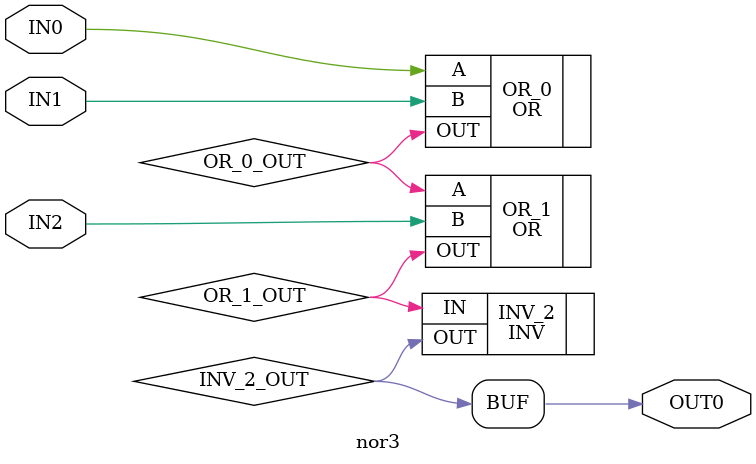
<source format=v>
module nor3(
	output OUT0,
	input IN0,
	input IN1,
	input IN2
);

wire OR_0_OUT;
wire OR_1_OUT;
wire INV_2_OUT;

OR OR_0(
	.OUT (OR_0_OUT),
	.A (IN0),
	.B (IN1)
);
	
OR OR_1(
	.OUT (OR_1_OUT),
	.A (OR_0_OUT),
	.B (IN2)
);
	
INV INV_2(
	.OUT (INV_2_OUT),
	.IN (OR_1_OUT)
);
	
assign OUT0 = INV_2_OUT;

endmodule

</source>
